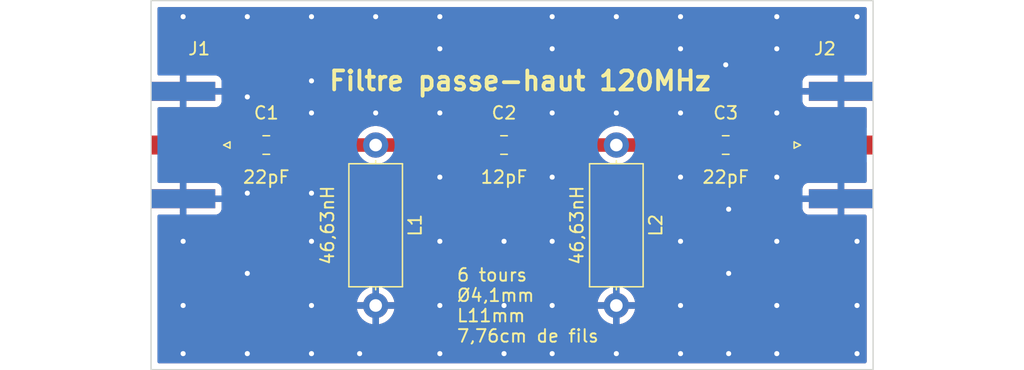
<source format=kicad_pcb>
(kicad_pcb (version 20211014) (generator pcbnew)
  (layers (0 "F.Cu" signal) (31 "B.Cu" signal) (34 "B.Paste" user) (35 "F.Paste" user) (36 "B.SilkS" user "B.Silkscreen") (37 "F.SilkS" user "F.Silkscreen") (38 "B.Mask" user) (39 "F.Mask" user) (44 "Edge.Cuts" user))
  (net 0 "")
  (net 1 "Net-(RImpedanceSource1-Pad2)")
  (net 2 "Net-(C1-Pad2)")
  (net 3 "Net-(C2-Pad2)")
  (net 4 "Net-(C3-Pad2)")
  (net 5 "GND")
  (footprint "Inductor_THT:L_Axial_L9.5mm_D4.0mm_P12.70mm_Horizontal_Fastron_SMCC" (layer "F.Cu") (at 86.36 43.18 -90)
    (fp_text reference "L1" (at 6.35 -3.12 90) (layer "F.SilkS"))
    (fp_text value "46,63nH" (at 6.35 3.81 90) (layer "F.SilkS"))
    (fp_line (start 11.46 0) (end 11.22 0) (layer "F.SilkS") (width 0.12))
    (fp_line (start 1.24 0) (end 1.48 0) (layer "F.SilkS") (width 0.12))
    (fp_line (start 11.22 2.12) (end 11.22 -2.12) (layer "F.SilkS") (width 0.12))
    (fp_line (start 11.22 -2.12) (end 1.48 -2.12) (layer "F.SilkS") (width 0.12))
    (fp_line (start 1.48 -2.12) (end 1.48 2.12) (layer "F.SilkS") (width 0.12))
    (fp_line (start 1.48 2.12) (end 11.22 2.12) (layer "F.SilkS") (width 0.12))
    (pad "1" thru_hole circle (at 0 0 270) (size 2 2) (drill 1) (layers *.Cu *.Mask) (net 2 "Net-(C1-Pad2)"))
    (pad "2" thru_hole oval (at 12.7 0 270) (size 2 2) (drill 1) (layers *.Cu *.Mask) (net 5 "GND"))
  )
  (footprint "Capacitor_SMD:C_0805_2012Metric_Pad1.18x1.45mm_HandSolder" (layer "F.Cu") (at 114.0675 43.18)
    (fp_text reference "C3" (at 0 -2.54) (layer "F.SilkS"))
    (fp_text value "22pF" (at 0 2.54) (layer "F.SilkS"))
    (fp_line (start -0.261252 -0.735) (end 0.261252 -0.735) (layer "F.SilkS") (width 0.12))
    (fp_line (start -0.261252 0.735) (end 0.261252 0.735) (layer "F.SilkS") (width 0.12))
    (pad "1" smd roundrect (at -1.0375 0) (size 1.175 1.45) (layers "F.Cu" "F.Paste" "F.Mask") (roundrect_rratio 0.2127659574) (net 3 "Net-(C2-Pad2)"))
    (pad "2" smd roundrect (at 1.0375 0) (size 1.175 1.45) (layers "F.Cu" "F.Paste" "F.Mask") (roundrect_rratio 0.2127659574) (net 4 "Net-(C3-Pad2)"))
  )
  (footprint "Connector_Coaxial:SMA_Amphenol_132289_EdgeMount" (layer "F.Cu") (at 123.19 43.18)
    (fp_text reference "J2" (at -1.27 -7.62 180) (layer "F.SilkS"))
    (fp_text value "SMA")
    (fp_line (start -3.71 0.25) (end -3.21 0) (layer "F.SilkS") (width 0.12))
    (fp_line (start -3.21 0) (end -3.71 -0.25) (layer "F.SilkS") (width 0.12))
    (fp_line (start -3.71 -0.25) (end -3.71 0.25) (layer "F.SilkS") (width 0.12))
    (pad "1" smd rect (at 0 0 90) (size 1.5 5.08) (layers "F.Cu" "F.Paste" "F.Mask") (net 4 "Net-(C3-Pad2)"))
    (pad "2" smd rect (at 0 4.25 90) (size 1.5 5.08) (layers "B.Cu" "B.Paste" "B.Mask") (net 5 "GND"))
    (pad "2" smd rect (at 0 -4.25 90) (size 1.5 5.08) (layers "B.Cu" "B.Paste" "B.Mask") (net 5 "GND"))
    (pad "2" smd rect (at 0 -4.25 90) (size 1.5 5.08) (layers "F.Cu" "F.Paste" "F.Mask") (net 5 "GND"))
    (pad "2" smd rect (at 0 4.25 90) (size 1.5 5.08) (layers "F.Cu" "F.Paste" "F.Mask") (net 5 "GND"))
  )
  (footprint "Inductor_THT:L_Axial_L9.5mm_D4.0mm_P12.70mm_Horizontal_Fastron_SMCC" (layer "F.Cu") (at 105.41 43.18 -90)
    (fp_text reference "L2" (at 6.35 -3.12 90) (layer "F.SilkS"))
    (fp_text value "46,63nH" (at 6.35 3.12 90) (layer "F.SilkS"))
    (fp_line (start 1.24 0) (end 1.48 0) (layer "F.SilkS") (width 0.12))
    (fp_line (start 11.46 0) (end 11.22 0) (layer "F.SilkS") (width 0.12))
    (fp_line (start 11.22 -2.12) (end 1.48 -2.12) (layer "F.SilkS") (width 0.12))
    (fp_line (start 11.22 2.12) (end 11.22 -2.12) (layer "F.SilkS") (width 0.12))
    (fp_line (start 1.48 2.12) (end 11.22 2.12) (layer "F.SilkS") (width 0.12))
    (fp_line (start 1.48 -2.12) (end 1.48 2.12) (layer "F.SilkS") (width 0.12))
    (pad "1" thru_hole circle (at 0 0 270) (size 2 2) (drill 1) (layers *.Cu *.Mask) (net 3 "Net-(C2-Pad2)"))
    (pad "2" thru_hole oval (at 12.7 0 270) (size 2 2) (drill 1) (layers *.Cu *.Mask) (net 5 "GND"))
  )
  (footprint "Capacitor_SMD:C_0805_2012Metric_Pad1.18x1.45mm_HandSolder" (layer "F.Cu") (at 77.7025 43.18)
    (fp_text reference "C1" (at 0 -2.54) (layer "F.SilkS"))
    (fp_text value "22pF" (at 0 2.54) (layer "F.SilkS"))
    (fp_line (start -0.261252 -0.735) (end 0.261252 -0.735) (layer "F.SilkS") (width 0.12))
    (fp_line (start -0.261252 0.735) (end 0.261252 0.735) (layer "F.SilkS") (width 0.12))
    (pad "1" smd roundrect (at -1.0375 0) (size 1.175 1.45) (layers "F.Cu" "F.Paste" "F.Mask") (roundrect_rratio 0.2127659574) (net 1 "Net-(RImpedanceSource1-Pad2)"))
    (pad "2" smd roundrect (at 1.0375 0) (size 1.175 1.45) (layers "F.Cu" "F.Paste" "F.Mask") (roundrect_rratio 0.2127659574) (net 2 "Net-(C1-Pad2)"))
  )
  (footprint "Capacitor_SMD:C_0805_2012Metric_Pad1.18x1.45mm_HandSolder" (layer "F.Cu") (at 96.52 43.18)
    (fp_text reference "C2" (at 0 -2.54) (layer "F.SilkS"))
    (fp_text value "12pF" (at 0 2.54) (layer "F.SilkS"))
    (fp_line (start -0.261252 0.735) (end 0.261252 0.735) (layer "F.SilkS") (width 0.12))
    (fp_line (start -0.261252 -0.735) (end 0.261252 -0.735) (layer "F.SilkS") (width 0.12))
    (pad "1" smd roundrect (at -1.0375 0) (size 1.175 1.45) (layers "F.Cu" "F.Paste" "F.Mask") (roundrect_rratio 0.2127659574) (net 2 "Net-(C1-Pad2)"))
    (pad "2" smd roundrect (at 1.0375 0) (size 1.175 1.45) (layers "F.Cu" "F.Paste" "F.Mask") (roundrect_rratio 0.2127659574) (net 3 "Net-(C2-Pad2)"))
  )
  (footprint "Connector_Coaxial:SMA_Amphenol_132289_EdgeMount" (layer "F.Cu") (at 71.12 43.18 180)
    (fp_text reference "J1" (at -1.27 7.62 180) (layer "F.SilkS"))
    (fp_text value "SMA")
    (fp_line (start -3.71 0.25) (end -3.21 0) (layer "F.SilkS") (width 0.12))
    (fp_line (start -3.71 -0.25) (end -3.71 0.25) (layer "F.SilkS") (width 0.12))
    (fp_line (start -3.21 0) (end -3.71 -0.25) (layer "F.SilkS") (width 0.12))
    (pad "1" smd rect (at 0 0 270) (size 1.5 5.08) (layers "F.Cu" "F.Paste" "F.Mask") (net 1 "Net-(RImpedanceSource1-Pad2)"))
    (pad "2" smd rect (at 0 -4.25 270) (size 1.5 5.08) (layers "F.Cu" "F.Paste" "F.Mask") (net 5 "GND"))
    (pad "2" smd rect (at 0 -4.25 270) (size 1.5 5.08) (layers "B.Cu" "B.Paste" "B.Mask") (net 5 "GND"))
    (pad "2" smd rect (at 0 4.25 270) (size 1.5 5.08) (layers "F.Cu" "F.Paste" "F.Mask") (net 5 "GND"))
    (pad "2" smd rect (at 0 4.25 270) (size 1.5 5.08) (layers "B.Cu" "B.Paste" "B.Mask") (net 5 "GND"))
  )
  (gr_rect (start 68.58 60.96) (end 125.73 31.75) (layer "Edge.Cuts") (width 0.1) (fill none))
  (gr_text "Filtre passe-haut 120MHz" (at 97.79 38.1) (layer "F.SilkS") (effects (font (size 1.5 1.5) (thickness 0.3))))
  (gr_text "6 tours\nØ4,1mm\nL11mm\n7,76cm de fils" (at 92.71 55.88) (layer "F.SilkS") (effects (font (size 1 1)) (justify left)))
  (segment (start 71.12 43.18) (end 76.665 43.18) (width 1.07) (layer "F.Cu") (net 1))
  (segment (start 78.74 43.18) (end 86.36 43.18) (width 1.07) (layer "F.Cu") (net 2))
  (segment (start 86.36 43.18) (end 95.4825 43.18) (width 1.07) (layer "F.Cu") (net 2))
  (segment (start 105.41 43.18) (end 113.03 43.18) (width 1.07) (layer "F.Cu") (net 3))
  (segment (start 97.5575 43.18) (end 105.41 43.18) (width 1.07) (layer "F.Cu") (net 3))
  (segment (start 115.105 43.18) (end 123.19 43.18) (width 1.07) (layer "F.Cu") (net 4))
  (via (at 96.52 55.88) (size 0.8) (drill 0.4) (layers "F.Cu" "B.Cu") (net 5))
  (via (at 81.28 40.64) (size 0.8) (drill 0.4) (layers "F.Cu" "B.Cu") (net 5))
  (via (at 81.28 38.1) (size 0.8) (drill 0.4) (layers "F.Cu" "B.Cu") (net 5))
  (via (at 100.33 45.72) (size 0.8) (drill 0.4) (layers "F.Cu" "B.Cu") (net 5))
  (via (at 118.11 33.02) (size 0.8) (drill 0.4) (layers "F.Cu" "B.Cu") (net 5))
  (via (at 91.44 59.69) (size 0.8) (drill 0.4) (layers "F.Cu" "B.Cu") (net 5))
  (via (at 81.28 33.02) (size 0.8) (drill 0.4) (layers "F.Cu" "B.Cu") (net 5))
  (via (at 124.46 59.69) (size 0.8) (drill 0.4) (layers "F.Cu" "B.Cu") (net 5))
  (via (at 114.3 48.26) (size 0.8) (drill 0.4) (layers "F.Cu" "B.Cu") (net 5))
  (via (at 86.36 40.64) (size 0.8) (drill 0.4) (layers "F.Cu" "B.Cu") (net 5))
  (via (at 96.52 59.69) (size 0.8) (drill 0.4) (layers "F.Cu" "B.Cu") (net 5))
  (via (at 105.41 59.69) (size 0.8) (drill 0.4) (layers "F.Cu" "B.Cu") (net 5))
  (via (at 86.36 33.02) (size 0.8) (drill 0.4) (layers "F.Cu" "B.Cu") (net 5))
  (via (at 91.44 45.72) (size 0.8) (drill 0.4) (layers "F.Cu" "B.Cu") (net 5))
  (via (at 100.33 40.64) (size 0.8) (drill 0.4) (layers "F.Cu" "B.Cu") (net 5))
  (via (at 76.2 39.37) (size 0.8) (drill 0.4) (layers "F.Cu" "B.Cu") (net 5))
  (via (at 76.2 46.99) (size 0.8) (drill 0.4) (layers "F.Cu" "B.Cu") (net 5))
  (via (at 110.49 50.8) (size 0.8) (drill 0.4) (layers "F.Cu" "B.Cu") (net 5))
  (via (at 91.44 35.56) (size 0.8) (drill 0.4) (layers "F.Cu" "B.Cu") (net 5))
  (via (at 81.28 46.99) (size 0.8) (drill 0.4) (layers "F.Cu" "B.Cu") (net 5))
  (via (at 118.11 45.72) (size 0.8) (drill 0.4) (layers "F.Cu" "B.Cu") (net 5))
  (via (at 110.49 40.64) (size 0.8) (drill 0.4) (layers "F.Cu" "B.Cu") (net 5))
  (via (at 96.52 50.8) (size 0.8) (drill 0.4) (layers "F.Cu" "B.Cu") (net 5))
  (via (at 91.44 55.88) (size 0.8) (drill 0.4) (layers "F.Cu" "B.Cu") (net 5))
  (via (at 124.46 50.8) (size 0.8) (drill 0.4) (layers "F.Cu" "B.Cu") (net 5))
  (via (at 100.33 33.02) (size 0.8) (drill 0.4) (layers "F.Cu" "B.Cu") (net 5))
  (via (at 114.3 59.69) (size 0.8) (drill 0.4) (layers "F.Cu" "B.Cu") (net 5))
  (via (at 100.33 55.88) (size 0.8) (drill 0.4) (layers "F.Cu" "B.Cu") (net 5))
  (via (at 118.11 35.56) (size 0.8) (drill 0.4) (layers "F.Cu" "B.Cu") (net 5))
  (via (at 110.49 59.69) (size 0.8) (drill 0.4) (layers "F.Cu" "B.Cu") (net 5))
  (via (at 91.44 33.02) (size 0.8) (drill 0.4) (layers "F.Cu" "B.Cu") (net 5))
  (via (at 81.28 50.8) (size 0.8) (drill 0.4) (layers "F.Cu" "B.Cu") (net 5))
  (via (at 110.49 35.56) (size 0.8) (drill 0.4) (layers "F.Cu" "B.Cu") (net 5))
  (via (at 110.49 55.88) (size 0.8) (drill 0.4) (layers "F.Cu" "B.Cu") (net 5))
  (via (at 85.09 59.69) (size 0.8) (drill 0.4) (layers "F.Cu" "B.Cu") (net 5))
  (via (at 100.33 59.69) (size 0.8) (drill 0.4) (layers "F.Cu" "B.Cu") (net 5))
  (via (at 76.2 53.34) (size 0.8) (drill 0.4) (layers "F.Cu" "B.Cu") (net 5))
  (via (at 118.11 55.88) (size 0.8) (drill 0.4) (layers "F.Cu" "B.Cu") (net 5))
  (via (at 124.46 33.02) (size 0.8) (drill 0.4) (layers "F.Cu" "B.Cu") (net 5))
  (via (at 100.33 35.56) (size 0.8) (drill 0.4) (layers "F.Cu" "B.Cu") (net 5))
  (via (at 105.41 33.02) (size 0.8) (drill 0.4) (layers "F.Cu" "B.Cu") (net 5))
  (via (at 91.44 40.64) (size 0.8) (drill 0.4) (layers "F.Cu" "B.Cu") (net 5))
  (via (at 114.3 53.34) (size 0.8) (drill 0.4) (layers "F.Cu" "B.Cu") (net 5))
  (via (at 100.33 50.8) (size 0.8) (drill 0.4) (layers "F.Cu" "B.Cu") (net 5))
  (via (at 118.11 40.64) (size 0.8) (drill 0.4) (layers "F.Cu" "B.Cu") (net 5))
  (via (at 81.28 55.88) (size 0.8) (drill 0.4) (layers "F.Cu" "B.Cu") (net 5))
  (via (at 76.2 33.02) (size 0.8) (drill 0.4) (layers "F.Cu" "B.Cu") (net 5))
  (via (at 114.0675 36.83) (size 0.8) (drill 0.4) (layers "F.Cu" "B.Cu") (net 5))
  (via (at 71.12 59.69) (size 0.8) (drill 0.4) (layers "F.Cu" "B.Cu") (net 5))
  (via (at 71.12 55.88) (size 0.8) (drill 0.4) (layers "F.Cu" "B.Cu") (net 5))
  (via (at 81.28 59.69) (size 0.8) (drill 0.4) (layers "F.Cu" "B.Cu") (net 5))
  (via (at 91.44 50.8) (size 0.8) (drill 0.4) (layers "F.Cu" "B.Cu") (net 5))
  (via (at 71.12 33.02) (size 0.8) (drill 0.4) (layers "F.Cu" "B.Cu") (net 5))
  (via (at 118.11 50.8) (size 0.8) (drill 0.4) (layers "F.Cu" "B.Cu") (net 5))
  (via (at 110.49 45.72) (size 0.8) (drill 0.4) (layers "F.Cu" "B.Cu") (net 5))
  (via (at 71.12 50.8) (size 0.8) (drill 0.4) (layers "F.Cu" "B.Cu") (net 5))
  (via (at 110.49 33.02) (size 0.8) (drill 0.4) (layers "F.Cu" "B.Cu") (net 5))
  (via (at 105.41 40.64) (size 0.8) (drill 0.4) (layers "F.Cu" "B.Cu") (net 5))
  (via (at 124.46 55.88) (size 0.8) (drill 0.4) (layers "F.Cu" "B.Cu") (net 5))
  (via (at 76.2 59.69) (size 0.8) (drill 0.4) (layers "F.Cu" "B.Cu") (net 5))
  (via (at 118.11 59.69) (size 0.8) (drill 0.4) (layers "F.Cu" "B.Cu") (net 5))
  (zone (net 5) (net_name "GND") (layers F&B.Cu) (connect_pads (clearance 0.508)) (min_thickness 0.254) (fill yes (thermal_gap 0.508) (thermal_bridge_width 0.508))
    (polygon (pts (xy 125.73 60.96) (xy 68.58 60.96) (xy 68.58 31.75) (xy 125.73 31.75)))
  )
  (zone (net 5) (net_name "GND") (layer "B.Cu") (connect_pads (clearance 0.508)) (min_thickness 0.254) (fill yes (thermal_gap 0.508) (thermal_bridge_width 0.508))
    (polygon (pts (xy 125.73 60.96) (xy 68.58 60.96) (xy 68.58 31.75) (xy 125.73 31.75)))
  )
)
</source>
